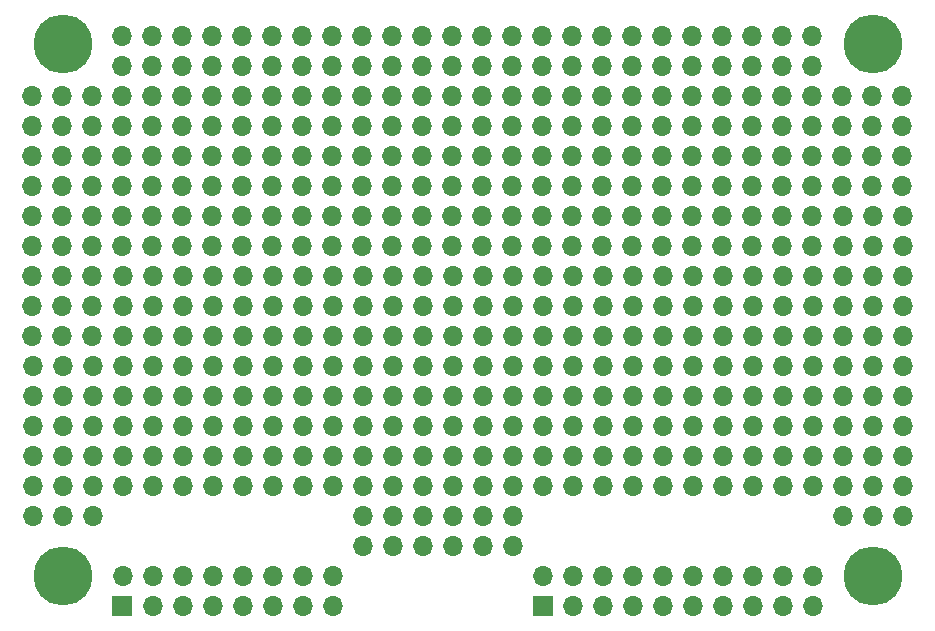
<source format=gbr>
%TF.GenerationSoftware,KiCad,Pcbnew,8.0.4*%
%TF.CreationDate,2024-10-07T01:35:34+03:00*%
%TF.ProjectId,Flipper Zero Protoboard max,466c6970-7065-4722-905a-65726f205072,rev?*%
%TF.SameCoordinates,Original*%
%TF.FileFunction,Copper,L2,Bot*%
%TF.FilePolarity,Positive*%
%FSLAX46Y46*%
G04 Gerber Fmt 4.6, Leading zero omitted, Abs format (unit mm)*
G04 Created by KiCad (PCBNEW 8.0.4) date 2024-10-07 01:35:34*
%MOMM*%
%LPD*%
G01*
G04 APERTURE LIST*
%TA.AperFunction,ComponentPad*%
%ADD10R,1.700000X1.700000*%
%TD*%
%TA.AperFunction,ComponentPad*%
%ADD11O,1.700000X1.700000*%
%TD*%
%TA.AperFunction,ComponentPad*%
%ADD12O,5.000000X5.000000*%
%TD*%
G04 APERTURE END LIST*
D10*
%TO.P,REF\u002A\u002A,1*%
%TO.N,N/C*%
X79805000Y-105390000D03*
D11*
%TO.P,REF\u002A\u002A,2*%
X82345000Y-105390000D03*
%TO.P,REF\u002A\u002A,3*%
X84885000Y-105390000D03*
%TO.P,REF\u002A\u002A,4*%
X87425000Y-105390000D03*
%TO.P,REF\u002A\u002A,5*%
X89965000Y-105390000D03*
%TO.P,REF\u002A\u002A,6*%
X92505000Y-105390000D03*
%TO.P,REF\u002A\u002A,7*%
X95045000Y-105390000D03*
%TO.P,REF\u002A\u002A,8*%
X97585000Y-105390000D03*
%TO.P,REF\u002A\u002A,9*%
X100125000Y-105390000D03*
%TO.P,REF\u002A\u002A,10*%
X102665000Y-105390000D03*
%TD*%
D10*
%TO.P,REF\u002A\u002A,1*%
%TO.N,N/C*%
X44240000Y-105390000D03*
D11*
%TO.P,REF\u002A\u002A,2*%
X46785000Y-105390000D03*
%TO.P,REF\u002A\u002A,3*%
X49325000Y-105390000D03*
%TO.P,REF\u002A\u002A,4*%
X51865000Y-105390000D03*
%TO.P,REF\u002A\u002A,5*%
X54405000Y-105390000D03*
%TO.P,REF\u002A\u002A,6*%
X56945000Y-105390000D03*
%TO.P,REF\u002A\u002A,7*%
X59485000Y-105390000D03*
%TO.P,REF\u002A\u002A,8*%
X62025000Y-105390000D03*
%TD*%
%TO.P,REF\u002A\u002A1,1*%
%TO.N,N/C*%
X46770000Y-57150000D03*
%TD*%
%TO.P,REF\u002A\u002A14,1*%
%TO.N,N/C*%
X79790000Y-57150000D03*
%TD*%
%TO.P,REF\u002A\u002A21,1*%
%TO.N,N/C*%
X97570000Y-57150000D03*
%TD*%
%TO.P,REF\u002A\u002A8,1*%
%TO.N,N/C*%
X64550000Y-57150000D03*
%TD*%
%TO.P,REF\u002A\u002A11,1*%
%TO.N,N/C*%
X72170000Y-57150000D03*
%TD*%
%TO.P,REF\u002A\u002A13,1*%
%TO.N,N/C*%
X77250000Y-57150000D03*
%TD*%
%TO.P,REF\u002A\u002A9,1*%
%TO.N,N/C*%
X67090000Y-57150000D03*
%TD*%
%TO.P,REF\u002A\u002A3,1*%
%TO.N,N/C*%
X51850000Y-57150000D03*
%TD*%
%TO.P,REF\u002A\u002A19,1*%
%TO.N,N/C*%
X92490000Y-57150000D03*
%TD*%
%TO.P,REF\u002A\u002A20,1*%
%TO.N,N/C*%
X95030000Y-57150000D03*
%TD*%
%TO.P,REF\u002A\u002A22,1*%
%TO.N,N/C*%
X100110000Y-57150000D03*
%TD*%
%TO.P,REF\u002A\u002A12,1*%
%TO.N,N/C*%
X74710000Y-57150000D03*
%TD*%
%TO.P,REF\u002A\u002A18,1*%
%TO.N,N/C*%
X89950000Y-57150000D03*
%TD*%
%TO.P,REF\u002A\u002A4,1*%
%TO.N,N/C*%
X54390000Y-57150000D03*
%TD*%
%TO.P,REF\u002A\u002A7,1*%
%TO.N,N/C*%
X62010000Y-57150000D03*
%TD*%
%TO.P,REF\u002A\u002A2,1*%
%TO.N,N/C*%
X49310000Y-57150000D03*
%TD*%
%TO.P,REF\u002A\u002A16,1*%
%TO.N,N/C*%
X84870000Y-57150000D03*
%TD*%
%TO.P,REF\u002A\u002A6,1*%
%TO.N,N/C*%
X59470000Y-57150000D03*
%TD*%
%TO.P,REF\u002A\u002A17,1*%
%TO.N,N/C*%
X87410000Y-57150000D03*
%TD*%
%TO.P,REF\u002A\u002A15,1*%
%TO.N,N/C*%
X82330000Y-57150000D03*
%TD*%
%TO.P,REF\u002A\u002A10,1*%
%TO.N,N/C*%
X69630000Y-57150000D03*
%TD*%
%TO.P,REF\u002A\u002A5,1*%
%TO.N,N/C*%
X56930000Y-57150000D03*
%TD*%
%TO.P,REF\u002A\u002A,1*%
%TO.N,N/C*%
X44230000Y-57150000D03*
%TD*%
%TO.P,REF\u002A\u002A1,1*%
%TO.N,N/C*%
X46770000Y-59690000D03*
%TD*%
%TO.P,REF\u002A\u002A11,1*%
%TO.N,N/C*%
X72170000Y-59690000D03*
%TD*%
%TO.P,REF\u002A\u002A23,1*%
%TO.N,N/C*%
X102650000Y-57150000D03*
%TD*%
%TO.P,REF\u002A\u002A14,1*%
%TO.N,N/C*%
X79790000Y-59690000D03*
%TD*%
%TO.P,REF\u002A\u002A10,1*%
%TO.N,N/C*%
X69630000Y-59690000D03*
%TD*%
%TO.P,REF\u002A\u002A7,1*%
%TO.N,N/C*%
X62010000Y-59690000D03*
%TD*%
%TO.P,REF\u002A\u002A21,1*%
%TO.N,N/C*%
X97570000Y-59690000D03*
%TD*%
%TO.P,REF\u002A\u002A8,1*%
%TO.N,N/C*%
X64550000Y-59690000D03*
%TD*%
%TO.P,REF\u002A\u002A13,1*%
%TO.N,N/C*%
X77250000Y-59690000D03*
%TD*%
%TO.P,REF\u002A\u002A9,1*%
%TO.N,N/C*%
X67090000Y-59690000D03*
%TD*%
%TO.P,REF\u002A\u002A12,1*%
%TO.N,N/C*%
X74710000Y-59690000D03*
%TD*%
%TO.P,REF\u002A\u002A20,1*%
%TO.N,N/C*%
X95030000Y-59690000D03*
%TD*%
%TO.P,REF\u002A\u002A3,1*%
%TO.N,N/C*%
X51850000Y-59690000D03*
%TD*%
%TO.P,REF\u002A\u002A19,1*%
%TO.N,N/C*%
X92490000Y-59690000D03*
%TD*%
%TO.P,REF\u002A\u002A22,1*%
%TO.N,N/C*%
X100110000Y-59690000D03*
%TD*%
%TO.P,REF\u002A\u002A16,1*%
%TO.N,N/C*%
X84870000Y-59690000D03*
%TD*%
%TO.P,REF\u002A\u002A15,1*%
%TO.N,N/C*%
X82330000Y-59690000D03*
%TD*%
%TO.P,REF\u002A\u002A5,1*%
%TO.N,N/C*%
X56930000Y-59690000D03*
%TD*%
%TO.P,REF\u002A\u002A6,1*%
%TO.N,N/C*%
X59470000Y-59690000D03*
%TD*%
%TO.P,REF\u002A\u002A17,1*%
%TO.N,N/C*%
X87410000Y-59690000D03*
%TD*%
%TO.P,REF\u002A\u002A2,1*%
%TO.N,N/C*%
X49310000Y-59690000D03*
%TD*%
%TO.P,REF\u002A\u002A4,1*%
%TO.N,N/C*%
X54390000Y-59690000D03*
%TD*%
%TO.P,REF\u002A\u002A23,1*%
%TO.N,N/C*%
X102650000Y-59690000D03*
%TD*%
%TO.P,REF\u002A\u002A,1*%
%TO.N,N/C*%
X44230000Y-59690000D03*
%TD*%
%TO.P,REF\u002A\u002A18,1*%
%TO.N,N/C*%
X89950000Y-59690000D03*
%TD*%
%TO.P,REF\u002A\u002A1,1*%
%TO.N,N/C*%
X39145000Y-62230000D03*
%TD*%
%TO.P,REF\u002A\u002A,1*%
%TO.N,N/C*%
X36605000Y-62230000D03*
%TD*%
%TO.P,REF\u002A\u002A2,1*%
%TO.N,N/C*%
X41685000Y-62230000D03*
%TD*%
%TO.P,REF\u002A\u002A14,1*%
%TO.N,N/C*%
X79790000Y-62230000D03*
%TD*%
%TO.P,REF\u002A\u002A,1*%
%TO.N,N/C*%
X105195000Y-62240000D03*
%TD*%
%TO.P,REF\u002A\u002A7,1*%
%TO.N,N/C*%
X62010000Y-62230000D03*
%TD*%
%TO.P,REF\u002A\u002A10,1*%
%TO.N,N/C*%
X69630000Y-62230000D03*
%TD*%
%TO.P,REF\u002A\u002A1,1*%
%TO.N,N/C*%
X46770000Y-62230000D03*
%TD*%
%TO.P,REF\u002A\u002A11,1*%
%TO.N,N/C*%
X72170000Y-62230000D03*
%TD*%
%TO.P,REF\u002A\u002A2,1*%
%TO.N,N/C*%
X110275000Y-62240000D03*
%TD*%
%TO.P,REF\u002A\u002A21,1*%
%TO.N,N/C*%
X97570000Y-62230000D03*
%TD*%
%TO.P,REF\u002A\u002A8,1*%
%TO.N,N/C*%
X64550000Y-62230000D03*
%TD*%
%TO.P,REF\u002A\u002A17,1*%
%TO.N,N/C*%
X87410000Y-62230000D03*
%TD*%
%TO.P,REF\u002A\u002A22,1*%
%TO.N,N/C*%
X100110000Y-62230000D03*
%TD*%
%TO.P,REF\u002A\u002A23,1*%
%TO.N,N/C*%
X102650000Y-62230000D03*
%TD*%
%TO.P,REF\u002A\u002A16,1*%
%TO.N,N/C*%
X84870000Y-62230000D03*
%TD*%
%TO.P,REF\u002A\u002A12,1*%
%TO.N,N/C*%
X74710000Y-62230000D03*
%TD*%
%TO.P,REF\u002A\u002A20,1*%
%TO.N,N/C*%
X95030000Y-62230000D03*
%TD*%
%TO.P,REF\u002A\u002A5,1*%
%TO.N,N/C*%
X56930000Y-62230000D03*
%TD*%
%TO.P,REF\u002A\u002A19,1*%
%TO.N,N/C*%
X92490000Y-62230000D03*
%TD*%
%TO.P,REF\u002A\u002A1,1*%
%TO.N,N/C*%
X107740000Y-64780000D03*
%TD*%
%TO.P,REF\u002A\u002A4,1*%
%TO.N,N/C*%
X54390000Y-62230000D03*
%TD*%
%TO.P,REF\u002A\u002A2,1*%
%TO.N,N/C*%
X110280000Y-64780000D03*
%TD*%
%TO.P,REF\u002A\u002A9,1*%
%TO.N,N/C*%
X67090000Y-62230000D03*
%TD*%
%TO.P,REF\u002A\u002A3,1*%
%TO.N,N/C*%
X51850000Y-62230000D03*
%TD*%
%TO.P,REF\u002A\u002A6,1*%
%TO.N,N/C*%
X59470000Y-62230000D03*
%TD*%
%TO.P,REF\u002A\u002A1,1*%
%TO.N,N/C*%
X107735000Y-62240000D03*
%TD*%
%TO.P,REF\u002A\u002A2,1*%
%TO.N,N/C*%
X49310000Y-62230000D03*
%TD*%
%TO.P,REF\u002A\u002A15,1*%
%TO.N,N/C*%
X82330000Y-62230000D03*
%TD*%
%TO.P,REF\u002A\u002A13,1*%
%TO.N,N/C*%
X77250000Y-62230000D03*
%TD*%
%TO.P,REF\u002A\u002A1,1*%
%TO.N,N/C*%
X39150000Y-64770000D03*
%TD*%
%TO.P,REF\u002A\u002A,1*%
%TO.N,N/C*%
X36610000Y-64770000D03*
%TD*%
%TO.P,REF\u002A\u002A18,1*%
%TO.N,N/C*%
X89950000Y-62230000D03*
%TD*%
%TO.P,REF\u002A\u002A1,1*%
%TO.N,N/C*%
X46775000Y-64770000D03*
%TD*%
%TO.P,REF\u002A\u002A,1*%
%TO.N,N/C*%
X105200000Y-64780000D03*
%TD*%
%TO.P,REF\u002A\u002A14,1*%
%TO.N,N/C*%
X79795000Y-64770000D03*
%TD*%
%TO.P,REF\u002A\u002A21,1*%
%TO.N,N/C*%
X97575000Y-64770000D03*
%TD*%
%TO.P,REF\u002A\u002A8,1*%
%TO.N,N/C*%
X64555000Y-64770000D03*
%TD*%
%TO.P,REF\u002A\u002A11,1*%
%TO.N,N/C*%
X72175000Y-64770000D03*
%TD*%
%TO.P,REF\u002A\u002A13,1*%
%TO.N,N/C*%
X77255000Y-64770000D03*
%TD*%
%TO.P,REF\u002A\u002A9,1*%
%TO.N,N/C*%
X67095000Y-64770000D03*
%TD*%
%TO.P,REF\u002A\u002A3,1*%
%TO.N,N/C*%
X51855000Y-64770000D03*
%TD*%
%TO.P,REF\u002A\u002A19,1*%
%TO.N,N/C*%
X92495000Y-64770000D03*
%TD*%
%TO.P,REF\u002A\u002A20,1*%
%TO.N,N/C*%
X95035000Y-64770000D03*
%TD*%
%TO.P,REF\u002A\u002A22,1*%
%TO.N,N/C*%
X100115000Y-64770000D03*
%TD*%
%TO.P,REF\u002A\u002A12,1*%
%TO.N,N/C*%
X74715000Y-64770000D03*
%TD*%
%TO.P,REF\u002A\u002A18,1*%
%TO.N,N/C*%
X89955000Y-64770000D03*
%TD*%
%TO.P,REF\u002A\u002A4,1*%
%TO.N,N/C*%
X54395000Y-64770000D03*
%TD*%
%TO.P,REF\u002A\u002A7,1*%
%TO.N,N/C*%
X62015000Y-64770000D03*
%TD*%
%TO.P,REF\u002A\u002A,1*%
%TO.N,N/C*%
X44230000Y-62230000D03*
%TD*%
%TO.P,REF\u002A\u002A2,1*%
%TO.N,N/C*%
X41690000Y-64770000D03*
%TD*%
%TO.P,REF\u002A\u002A2,1*%
%TO.N,N/C*%
X49315000Y-64770000D03*
%TD*%
%TO.P,REF\u002A\u002A16,1*%
%TO.N,N/C*%
X84875000Y-64770000D03*
%TD*%
%TO.P,REF\u002A\u002A6,1*%
%TO.N,N/C*%
X59475000Y-64770000D03*
%TD*%
%TO.P,REF\u002A\u002A17,1*%
%TO.N,N/C*%
X87415000Y-64770000D03*
%TD*%
%TO.P,REF\u002A\u002A15,1*%
%TO.N,N/C*%
X82335000Y-64770000D03*
%TD*%
%TO.P,REF\u002A\u002A1,1*%
%TO.N,N/C*%
X39150000Y-67310000D03*
%TD*%
%TO.P,REF\u002A\u002A10,1*%
%TO.N,N/C*%
X69635000Y-64770000D03*
%TD*%
%TO.P,REF\u002A\u002A5,1*%
%TO.N,N/C*%
X56935000Y-64770000D03*
%TD*%
%TO.P,REF\u002A\u002A,1*%
%TO.N,N/C*%
X44235000Y-64770000D03*
%TD*%
%TO.P,REF\u002A\u002A,1*%
%TO.N,N/C*%
X36610000Y-67310000D03*
%TD*%
%TO.P,REF\u002A\u002A1,1*%
%TO.N,N/C*%
X46775000Y-67310000D03*
%TD*%
%TO.P,REF\u002A\u002A11,1*%
%TO.N,N/C*%
X72175000Y-67310000D03*
%TD*%
%TO.P,REF\u002A\u002A23,1*%
%TO.N,N/C*%
X102655000Y-64770000D03*
%TD*%
%TO.P,REF\u002A\u002A2,1*%
%TO.N,N/C*%
X41690000Y-67310000D03*
%TD*%
%TO.P,REF\u002A\u002A14,1*%
%TO.N,N/C*%
X79795000Y-67310000D03*
%TD*%
%TO.P,REF\u002A\u002A10,1*%
%TO.N,N/C*%
X69635000Y-67310000D03*
%TD*%
%TO.P,REF\u002A\u002A,1*%
%TO.N,N/C*%
X105200000Y-67320000D03*
%TD*%
%TO.P,REF\u002A\u002A7,1*%
%TO.N,N/C*%
X62015000Y-67310000D03*
%TD*%
%TO.P,REF\u002A\u002A2,1*%
%TO.N,N/C*%
X110280000Y-67320000D03*
%TD*%
%TO.P,REF\u002A\u002A21,1*%
%TO.N,N/C*%
X97575000Y-67310000D03*
%TD*%
%TO.P,REF\u002A\u002A8,1*%
%TO.N,N/C*%
X64555000Y-67310000D03*
%TD*%
%TO.P,REF\u002A\u002A13,1*%
%TO.N,N/C*%
X77255000Y-67310000D03*
%TD*%
%TO.P,REF\u002A\u002A1,1*%
%TO.N,N/C*%
X107740000Y-67320000D03*
%TD*%
%TO.P,REF\u002A\u002A9,1*%
%TO.N,N/C*%
X67095000Y-67310000D03*
%TD*%
%TO.P,REF\u002A\u002A12,1*%
%TO.N,N/C*%
X74715000Y-67310000D03*
%TD*%
%TO.P,REF\u002A\u002A20,1*%
%TO.N,N/C*%
X95035000Y-67310000D03*
%TD*%
%TO.P,REF\u002A\u002A3,1*%
%TO.N,N/C*%
X51855000Y-67310000D03*
%TD*%
%TO.P,REF\u002A\u002A19,1*%
%TO.N,N/C*%
X92495000Y-67310000D03*
%TD*%
%TO.P,REF\u002A\u002A22,1*%
%TO.N,N/C*%
X100115000Y-67310000D03*
%TD*%
%TO.P,REF\u002A\u002A16,1*%
%TO.N,N/C*%
X84875000Y-67310000D03*
%TD*%
%TO.P,REF\u002A\u002A15,1*%
%TO.N,N/C*%
X82335000Y-67310000D03*
%TD*%
%TO.P,REF\u002A\u002A5,1*%
%TO.N,N/C*%
X56935000Y-67310000D03*
%TD*%
%TO.P,REF\u002A\u002A6,1*%
%TO.N,N/C*%
X59475000Y-67310000D03*
%TD*%
%TO.P,REF\u002A\u002A17,1*%
%TO.N,N/C*%
X87415000Y-67310000D03*
%TD*%
%TO.P,REF\u002A\u002A2,1*%
%TO.N,N/C*%
X49315000Y-67310000D03*
%TD*%
%TO.P,REF\u002A\u002A4,1*%
%TO.N,N/C*%
X54395000Y-67310000D03*
%TD*%
%TO.P,REF\u002A\u002A23,1*%
%TO.N,N/C*%
X102655000Y-67310000D03*
%TD*%
%TO.P,REF\u002A\u002A,1*%
%TO.N,N/C*%
X44235000Y-67310000D03*
%TD*%
%TO.P,REF\u002A\u002A18,1*%
%TO.N,N/C*%
X89955000Y-67310000D03*
%TD*%
%TO.P,REF\u002A\u002A1,1*%
%TO.N,N/C*%
X39150000Y-69850000D03*
%TD*%
%TO.P,REF\u002A\u002A,1*%
%TO.N,N/C*%
X36610000Y-69850000D03*
%TD*%
%TO.P,REF\u002A\u002A1,1*%
%TO.N,N/C*%
X46775000Y-69850000D03*
%TD*%
%TO.P,REF\u002A\u002A11,1*%
%TO.N,N/C*%
X72175000Y-69850000D03*
%TD*%
%TO.P,REF\u002A\u002A2,1*%
%TO.N,N/C*%
X41690000Y-69850000D03*
%TD*%
%TO.P,REF\u002A\u002A14,1*%
%TO.N,N/C*%
X79795000Y-69850000D03*
%TD*%
%TO.P,REF\u002A\u002A10,1*%
%TO.N,N/C*%
X69635000Y-69850000D03*
%TD*%
%TO.P,REF\u002A\u002A,1*%
%TO.N,N/C*%
X105200000Y-69860000D03*
%TD*%
%TO.P,REF\u002A\u002A7,1*%
%TO.N,N/C*%
X62015000Y-69850000D03*
%TD*%
%TO.P,REF\u002A\u002A2,1*%
%TO.N,N/C*%
X110280000Y-69860000D03*
%TD*%
%TO.P,REF\u002A\u002A21,1*%
%TO.N,N/C*%
X97575000Y-69850000D03*
%TD*%
%TO.P,REF\u002A\u002A8,1*%
%TO.N,N/C*%
X64555000Y-69850000D03*
%TD*%
%TO.P,REF\u002A\u002A13,1*%
%TO.N,N/C*%
X77255000Y-69850000D03*
%TD*%
%TO.P,REF\u002A\u002A1,1*%
%TO.N,N/C*%
X107740000Y-69860000D03*
%TD*%
%TO.P,REF\u002A\u002A9,1*%
%TO.N,N/C*%
X67095000Y-69850000D03*
%TD*%
%TO.P,REF\u002A\u002A12,1*%
%TO.N,N/C*%
X74715000Y-69850000D03*
%TD*%
%TO.P,REF\u002A\u002A20,1*%
%TO.N,N/C*%
X95035000Y-69850000D03*
%TD*%
%TO.P,REF\u002A\u002A3,1*%
%TO.N,N/C*%
X51855000Y-69850000D03*
%TD*%
%TO.P,REF\u002A\u002A19,1*%
%TO.N,N/C*%
X92495000Y-69850000D03*
%TD*%
%TO.P,REF\u002A\u002A22,1*%
%TO.N,N/C*%
X100115000Y-69850000D03*
%TD*%
%TO.P,REF\u002A\u002A16,1*%
%TO.N,N/C*%
X84875000Y-69850000D03*
%TD*%
%TO.P,REF\u002A\u002A15,1*%
%TO.N,N/C*%
X82335000Y-69850000D03*
%TD*%
%TO.P,REF\u002A\u002A5,1*%
%TO.N,N/C*%
X56935000Y-69850000D03*
%TD*%
%TO.P,REF\u002A\u002A6,1*%
%TO.N,N/C*%
X59475000Y-69850000D03*
%TD*%
%TO.P,REF\u002A\u002A17,1*%
%TO.N,N/C*%
X87415000Y-69850000D03*
%TD*%
%TO.P,REF\u002A\u002A2,1*%
%TO.N,N/C*%
X49315000Y-69850000D03*
%TD*%
%TO.P,REF\u002A\u002A,1*%
%TO.N,N/C*%
X36615000Y-72390000D03*
%TD*%
%TO.P,REF\u002A\u002A1,1*%
%TO.N,N/C*%
X107745000Y-72400000D03*
%TD*%
%TO.P,REF\u002A\u002A2,1*%
%TO.N,N/C*%
X110285000Y-72400000D03*
%TD*%
%TO.P,REF\u002A\u002A1,1*%
%TO.N,N/C*%
X39155000Y-72390000D03*
%TD*%
%TO.P,REF\u002A\u002A4,1*%
%TO.N,N/C*%
X54395000Y-69850000D03*
%TD*%
%TO.P,REF\u002A\u002A23,1*%
%TO.N,N/C*%
X102655000Y-69850000D03*
%TD*%
%TO.P,REF\u002A\u002A,1*%
%TO.N,N/C*%
X44235000Y-69850000D03*
%TD*%
%TO.P,REF\u002A\u002A18,1*%
%TO.N,N/C*%
X89955000Y-69850000D03*
%TD*%
%TO.P,REF\u002A\u002A2,1*%
%TO.N,N/C*%
X41695000Y-72390000D03*
%TD*%
%TO.P,REF\u002A\u002A,1*%
%TO.N,N/C*%
X105205000Y-72400000D03*
%TD*%
%TO.P,REF\u002A\u002A14,1*%
%TO.N,N/C*%
X79800000Y-72390000D03*
%TD*%
%TO.P,REF\u002A\u002A21,1*%
%TO.N,N/C*%
X97580000Y-72390000D03*
%TD*%
%TO.P,REF\u002A\u002A1,1*%
%TO.N,N/C*%
X46780000Y-72390000D03*
%TD*%
%TO.P,REF\u002A\u002A7,1*%
%TO.N,N/C*%
X62020000Y-72390000D03*
%TD*%
%TO.P,REF\u002A\u002A8,1*%
%TO.N,N/C*%
X64560000Y-72390000D03*
%TD*%
%TO.P,REF\u002A\u002A11,1*%
%TO.N,N/C*%
X72180000Y-72390000D03*
%TD*%
%TO.P,REF\u002A\u002A13,1*%
%TO.N,N/C*%
X77260000Y-72390000D03*
%TD*%
%TO.P,REF\u002A\u002A10,1*%
%TO.N,N/C*%
X69640000Y-72390000D03*
%TD*%
%TO.P,REF\u002A\u002A9,1*%
%TO.N,N/C*%
X67100000Y-72390000D03*
%TD*%
%TO.P,REF\u002A\u002A3,1*%
%TO.N,N/C*%
X51860000Y-72390000D03*
%TD*%
%TO.P,REF\u002A\u002A19,1*%
%TO.N,N/C*%
X92500000Y-72390000D03*
%TD*%
%TO.P,REF\u002A\u002A16,1*%
%TO.N,N/C*%
X84880000Y-72390000D03*
%TD*%
%TO.P,REF\u002A\u002A15,1*%
%TO.N,N/C*%
X82340000Y-72390000D03*
%TD*%
%TO.P,REF\u002A\u002A22,1*%
%TO.N,N/C*%
X100120000Y-72390000D03*
%TD*%
%TO.P,REF\u002A\u002A12,1*%
%TO.N,N/C*%
X74720000Y-72390000D03*
%TD*%
%TO.P,REF\u002A\u002A20,1*%
%TO.N,N/C*%
X95040000Y-72390000D03*
%TD*%
%TO.P,REF\u002A\u002A23,1*%
%TO.N,N/C*%
X102660000Y-72390000D03*
%TD*%
%TO.P,REF\u002A\u002A6,1*%
%TO.N,N/C*%
X59480000Y-72390000D03*
%TD*%
%TO.P,REF\u002A\u002A5,1*%
%TO.N,N/C*%
X56940000Y-72390000D03*
%TD*%
%TO.P,REF\u002A\u002A18,1*%
%TO.N,N/C*%
X89960000Y-72390000D03*
%TD*%
%TO.P,REF\u002A\u002A17,1*%
%TO.N,N/C*%
X87420000Y-72390000D03*
%TD*%
%TO.P,REF\u002A\u002A,1*%
%TO.N,N/C*%
X44240000Y-72390000D03*
%TD*%
%TO.P,REF\u002A\u002A4,1*%
%TO.N,N/C*%
X54400000Y-72390000D03*
%TD*%
%TO.P,REF\u002A\u002A2,1*%
%TO.N,N/C*%
X49320000Y-72390000D03*
%TD*%
%TO.P,REF\u002A\u002A,1*%
%TO.N,N/C*%
X36615000Y-74930000D03*
%TD*%
%TO.P,REF\u002A\u002A1,1*%
%TO.N,N/C*%
X107745000Y-74940000D03*
%TD*%
%TO.P,REF\u002A\u002A2,1*%
%TO.N,N/C*%
X110285000Y-74940000D03*
%TD*%
%TO.P,REF\u002A\u002A1,1*%
%TO.N,N/C*%
X39155000Y-74930000D03*
%TD*%
%TO.P,REF\u002A\u002A2,1*%
%TO.N,N/C*%
X41695000Y-74930000D03*
%TD*%
%TO.P,REF\u002A\u002A,1*%
%TO.N,N/C*%
X105205000Y-74940000D03*
%TD*%
%TO.P,REF\u002A\u002A14,1*%
%TO.N,N/C*%
X79800000Y-74930000D03*
%TD*%
%TO.P,REF\u002A\u002A21,1*%
%TO.N,N/C*%
X97580000Y-74930000D03*
%TD*%
%TO.P,REF\u002A\u002A1,1*%
%TO.N,N/C*%
X46780000Y-74930000D03*
%TD*%
%TO.P,REF\u002A\u002A7,1*%
%TO.N,N/C*%
X62020000Y-74930000D03*
%TD*%
%TO.P,REF\u002A\u002A8,1*%
%TO.N,N/C*%
X64560000Y-74930000D03*
%TD*%
%TO.P,REF\u002A\u002A11,1*%
%TO.N,N/C*%
X72180000Y-74930000D03*
%TD*%
%TO.P,REF\u002A\u002A13,1*%
%TO.N,N/C*%
X77260000Y-74930000D03*
%TD*%
%TO.P,REF\u002A\u002A10,1*%
%TO.N,N/C*%
X69640000Y-74930000D03*
%TD*%
%TO.P,REF\u002A\u002A9,1*%
%TO.N,N/C*%
X67100000Y-74930000D03*
%TD*%
%TO.P,REF\u002A\u002A3,1*%
%TO.N,N/C*%
X51860000Y-74930000D03*
%TD*%
%TO.P,REF\u002A\u002A19,1*%
%TO.N,N/C*%
X92500000Y-74930000D03*
%TD*%
%TO.P,REF\u002A\u002A16,1*%
%TO.N,N/C*%
X84880000Y-74930000D03*
%TD*%
%TO.P,REF\u002A\u002A15,1*%
%TO.N,N/C*%
X82340000Y-74930000D03*
%TD*%
%TO.P,REF\u002A\u002A22,1*%
%TO.N,N/C*%
X100120000Y-74930000D03*
%TD*%
%TO.P,REF\u002A\u002A12,1*%
%TO.N,N/C*%
X74720000Y-74930000D03*
%TD*%
%TO.P,REF\u002A\u002A20,1*%
%TO.N,N/C*%
X95040000Y-74930000D03*
%TD*%
%TO.P,REF\u002A\u002A23,1*%
%TO.N,N/C*%
X102660000Y-74930000D03*
%TD*%
%TO.P,REF\u002A\u002A6,1*%
%TO.N,N/C*%
X59480000Y-74930000D03*
%TD*%
%TO.P,REF\u002A\u002A5,1*%
%TO.N,N/C*%
X56940000Y-74930000D03*
%TD*%
%TO.P,REF\u002A\u002A18,1*%
%TO.N,N/C*%
X89960000Y-74930000D03*
%TD*%
%TO.P,REF\u002A\u002A17,1*%
%TO.N,N/C*%
X87420000Y-74930000D03*
%TD*%
%TO.P,REF\u002A\u002A,1*%
%TO.N,N/C*%
X44240000Y-74930000D03*
%TD*%
%TO.P,REF\u002A\u002A4,1*%
%TO.N,N/C*%
X54400000Y-74930000D03*
%TD*%
%TO.P,REF\u002A\u002A2,1*%
%TO.N,N/C*%
X49320000Y-74930000D03*
%TD*%
%TO.P,REF\u002A\u002A2,1*%
%TO.N,N/C*%
X41700000Y-77470000D03*
%TD*%
%TO.P,REF\u002A\u002A1,1*%
%TO.N,N/C*%
X39160000Y-77470000D03*
%TD*%
%TO.P,REF\u002A\u002A,1*%
%TO.N,N/C*%
X36620000Y-77470000D03*
%TD*%
%TO.P,REF\u002A\u002A1,1*%
%TO.N,N/C*%
X39160000Y-80010000D03*
%TD*%
%TO.P,REF\u002A\u002A,1*%
%TO.N,N/C*%
X36620000Y-80010000D03*
%TD*%
%TO.P,REF\u002A\u002A1,1*%
%TO.N,N/C*%
X39160000Y-82550000D03*
%TD*%
%TO.P,REF\u002A\u002A2,1*%
%TO.N,N/C*%
X41700000Y-80010000D03*
%TD*%
%TO.P,REF\u002A\u002A2,1*%
%TO.N,N/C*%
X41700000Y-82550000D03*
%TD*%
%TO.P,REF\u002A\u002A,1*%
%TO.N,N/C*%
X36620000Y-82550000D03*
%TD*%
%TO.P,REF\u002A\u002A2,1*%
%TO.N,N/C*%
X110290000Y-77480000D03*
%TD*%
%TO.P,REF\u002A\u002A1,1*%
%TO.N,N/C*%
X107750000Y-77480000D03*
%TD*%
%TO.P,REF\u002A\u002A,1*%
%TO.N,N/C*%
X105210000Y-77480000D03*
%TD*%
%TO.P,REF\u002A\u002A1,1*%
%TO.N,N/C*%
X107750000Y-80020000D03*
%TD*%
%TO.P,REF\u002A\u002A,1*%
%TO.N,N/C*%
X105210000Y-80020000D03*
%TD*%
%TO.P,REF\u002A\u002A1,1*%
%TO.N,N/C*%
X107750000Y-82560000D03*
%TD*%
%TO.P,REF\u002A\u002A2,1*%
%TO.N,N/C*%
X110290000Y-80020000D03*
%TD*%
%TO.P,REF\u002A\u002A2,1*%
%TO.N,N/C*%
X110290000Y-82560000D03*
%TD*%
%TO.P,REF\u002A\u002A,1*%
%TO.N,N/C*%
X105210000Y-82560000D03*
%TD*%
D12*
%TO.P,,1*%
%TO.N,N/C*%
X39165000Y-57840000D03*
%TD*%
%TO.P,,1*%
%TO.N,N/C*%
X39165000Y-102850000D03*
%TD*%
D11*
%TO.P,REF\u002A\u002A14,1*%
%TO.N,N/C*%
X79805000Y-77470000D03*
%TD*%
%TO.P,REF\u002A\u002A15,1*%
%TO.N,N/C*%
X82345000Y-77470000D03*
%TD*%
%TO.P,REF\u002A\u002A21,1*%
%TO.N,N/C*%
X97585000Y-77470000D03*
%TD*%
%TO.P,REF\u002A\u002A22,1*%
%TO.N,N/C*%
X100125000Y-77470000D03*
%TD*%
%TO.P,REF\u002A\u002A1,1*%
%TO.N,N/C*%
X46785000Y-77470000D03*
%TD*%
%TO.P,REF\u002A\u002A12,1*%
%TO.N,N/C*%
X74725000Y-77470000D03*
%TD*%
%TO.P,REF\u002A\u002A7,1*%
%TO.N,N/C*%
X62025000Y-77470000D03*
%TD*%
%TO.P,REF\u002A\u002A8,1*%
%TO.N,N/C*%
X64565000Y-77470000D03*
%TD*%
%TO.P,REF\u002A\u002A20,1*%
%TO.N,N/C*%
X95045000Y-77470000D03*
%TD*%
%TO.P,REF\u002A\u002A11,1*%
%TO.N,N/C*%
X72185000Y-77470000D03*
%TD*%
%TO.P,REF\u002A\u002A23,1*%
%TO.N,N/C*%
X102665000Y-77470000D03*
%TD*%
%TO.P,REF\u002A\u002A13,1*%
%TO.N,N/C*%
X77265000Y-77470000D03*
%TD*%
%TO.P,REF\u002A\u002A10,1*%
%TO.N,N/C*%
X69645000Y-77470000D03*
%TD*%
%TO.P,REF\u002A\u002A9,1*%
%TO.N,N/C*%
X67105000Y-77470000D03*
%TD*%
%TO.P,REF\u002A\u002A3,1*%
%TO.N,N/C*%
X51865000Y-77470000D03*
%TD*%
%TO.P,REF\u002A\u002A19,1*%
%TO.N,N/C*%
X92505000Y-77470000D03*
%TD*%
%TO.P,REF\u002A\u002A16,1*%
%TO.N,N/C*%
X84885000Y-77470000D03*
%TD*%
%TO.P,REF\u002A\u002A13,1*%
%TO.N,N/C*%
X77265000Y-80010000D03*
%TD*%
%TO.P,REF\u002A\u002A8,1*%
%TO.N,N/C*%
X64565000Y-80010000D03*
%TD*%
%TO.P,REF\u002A\u002A22,1*%
%TO.N,N/C*%
X100125000Y-80010000D03*
%TD*%
%TO.P,REF\u002A\u002A4,1*%
%TO.N,N/C*%
X54405000Y-80010000D03*
%TD*%
%TO.P,REF\u002A\u002A1,1*%
%TO.N,N/C*%
X46785000Y-80010000D03*
%TD*%
%TO.P,REF\u002A\u002A6,1*%
%TO.N,N/C*%
X59485000Y-80010000D03*
%TD*%
%TO.P,REF\u002A\u002A20,1*%
%TO.N,N/C*%
X95045000Y-80010000D03*
%TD*%
%TO.P,REF\u002A\u002A18,1*%
%TO.N,N/C*%
X89965000Y-80010000D03*
%TD*%
%TO.P,REF\u002A\u002A11,1*%
%TO.N,N/C*%
X72185000Y-80010000D03*
%TD*%
%TO.P,REF\u002A\u002A,1*%
%TO.N,N/C*%
X44245000Y-80010000D03*
%TD*%
%TO.P,REF\u002A\u002A7,1*%
%TO.N,N/C*%
X62025000Y-80010000D03*
%TD*%
%TO.P,REF\u002A\u002A10,1*%
%TO.N,N/C*%
X69645000Y-80010000D03*
%TD*%
%TO.P,REF\u002A\u002A5,1*%
%TO.N,N/C*%
X56945000Y-80010000D03*
%TD*%
%TO.P,REF\u002A\u002A17,1*%
%TO.N,N/C*%
X87425000Y-80010000D03*
%TD*%
%TO.P,REF\u002A\u002A3,1*%
%TO.N,N/C*%
X51865000Y-80010000D03*
%TD*%
%TO.P,REF\u002A\u002A2,1*%
%TO.N,N/C*%
X49325000Y-80010000D03*
%TD*%
%TO.P,REF\u002A\u002A9,1*%
%TO.N,N/C*%
X67105000Y-80010000D03*
%TD*%
%TO.P,REF\u002A\u002A14,1*%
%TO.N,N/C*%
X79805000Y-80010000D03*
%TD*%
%TO.P,REF\u002A\u002A15,1*%
%TO.N,N/C*%
X82345000Y-80010000D03*
%TD*%
%TO.P,REF\u002A\u002A21,1*%
%TO.N,N/C*%
X97585000Y-80010000D03*
%TD*%
%TO.P,REF\u002A\u002A4,1*%
%TO.N,N/C*%
X54405000Y-82550000D03*
%TD*%
%TO.P,REF\u002A\u002A,1*%
%TO.N,N/C*%
X44245000Y-82550000D03*
%TD*%
%TO.P,REF\u002A\u002A17,1*%
%TO.N,N/C*%
X87425000Y-82550000D03*
%TD*%
%TO.P,REF\u002A\u002A2,1*%
%TO.N,N/C*%
X49325000Y-82550000D03*
%TD*%
%TO.P,REF\u002A\u002A13,1*%
%TO.N,N/C*%
X77265000Y-82550000D03*
%TD*%
%TO.P,REF\u002A\u002A11,1*%
%TO.N,N/C*%
X72185000Y-82550000D03*
%TD*%
%TO.P,REF\u002A\u002A23,1*%
%TO.N,N/C*%
X102665000Y-82550000D03*
%TD*%
%TO.P,REF\u002A\u002A1,1*%
%TO.N,N/C*%
X46785000Y-82550000D03*
%TD*%
%TO.P,REF\u002A\u002A12,1*%
%TO.N,N/C*%
X74725000Y-80010000D03*
%TD*%
%TO.P,REF\u002A\u002A6,1*%
%TO.N,N/C*%
X59485000Y-82550000D03*
%TD*%
%TO.P,REF\u002A\u002A18,1*%
%TO.N,N/C*%
X89965000Y-82550000D03*
%TD*%
%TO.P,REF\u002A\u002A22,1*%
%TO.N,N/C*%
X100125000Y-82550000D03*
%TD*%
%TO.P,REF\u002A\u002A3,1*%
%TO.N,N/C*%
X51865000Y-82550000D03*
%TD*%
%TO.P,REF\u002A\u002A19,1*%
%TO.N,N/C*%
X92505000Y-80010000D03*
%TD*%
%TO.P,REF\u002A\u002A23,1*%
%TO.N,N/C*%
X102665000Y-80010000D03*
%TD*%
%TO.P,REF\u002A\u002A9,1*%
%TO.N,N/C*%
X67105000Y-82550000D03*
%TD*%
%TO.P,REF\u002A\u002A8,1*%
%TO.N,N/C*%
X64565000Y-82550000D03*
%TD*%
%TO.P,REF\u002A\u002A5,1*%
%TO.N,N/C*%
X56945000Y-82550000D03*
%TD*%
%TO.P,REF\u002A\u002A10,1*%
%TO.N,N/C*%
X69645000Y-82550000D03*
%TD*%
%TO.P,REF\u002A\u002A20,1*%
%TO.N,N/C*%
X95045000Y-82550000D03*
%TD*%
%TO.P,REF\u002A\u002A7,1*%
%TO.N,N/C*%
X62025000Y-82550000D03*
%TD*%
%TO.P,REF\u002A\u002A15,1*%
%TO.N,N/C*%
X82345000Y-82550000D03*
%TD*%
%TO.P,REF\u002A\u002A16,1*%
%TO.N,N/C*%
X84885000Y-80010000D03*
%TD*%
%TO.P,REF\u002A\u002A21,1*%
%TO.N,N/C*%
X97585000Y-82550000D03*
%TD*%
%TO.P,REF\u002A\u002A16,1*%
%TO.N,N/C*%
X84885000Y-82550000D03*
%TD*%
%TO.P,REF\u002A\u002A14,1*%
%TO.N,N/C*%
X79805000Y-82550000D03*
%TD*%
%TO.P,REF\u002A\u002A19,1*%
%TO.N,N/C*%
X92505000Y-82550000D03*
%TD*%
%TO.P,REF\u002A\u002A12,1*%
%TO.N,N/C*%
X74725000Y-82550000D03*
%TD*%
%TO.P,REF\u002A\u002A4,1*%
%TO.N,N/C*%
X54405000Y-77470000D03*
%TD*%
%TO.P,REF\u002A\u002A6,1*%
%TO.N,N/C*%
X59485000Y-77470000D03*
%TD*%
%TO.P,REF\u002A\u002A5,1*%
%TO.N,N/C*%
X56945000Y-77470000D03*
%TD*%
%TO.P,REF\u002A\u002A18,1*%
%TO.N,N/C*%
X89965000Y-77470000D03*
%TD*%
%TO.P,REF\u002A\u002A17,1*%
%TO.N,N/C*%
X87425000Y-77470000D03*
%TD*%
%TO.P,REF\u002A\u002A2,1*%
%TO.N,N/C*%
X49325000Y-77470000D03*
%TD*%
%TO.P,REF\u002A\u002A,1*%
%TO.N,N/C*%
X44245000Y-77470000D03*
%TD*%
%TO.P,REF\u002A\u002A22,1*%
%TO.N,N/C*%
X100125000Y-102850000D03*
%TD*%
%TO.P,REF\u002A\u002A21,1*%
%TO.N,N/C*%
X97585000Y-102850000D03*
%TD*%
%TO.P,REF\u002A\u002A20,1*%
%TO.N,N/C*%
X95045000Y-102850000D03*
%TD*%
%TO.P,REF\u002A\u002A19,1*%
%TO.N,N/C*%
X92505000Y-102850000D03*
%TD*%
%TO.P,REF\u002A\u002A18,1*%
%TO.N,N/C*%
X89965000Y-102850000D03*
%TD*%
%TO.P,REF\u002A\u002A17,1*%
%TO.N,N/C*%
X87425000Y-102850000D03*
%TD*%
%TO.P,REF\u002A\u002A16,1*%
%TO.N,N/C*%
X84885000Y-102850000D03*
%TD*%
%TO.P,REF\u002A\u002A9,1*%
%TO.N,N/C*%
X67105000Y-100330000D03*
%TD*%
%TO.P,REF\u002A\u002A8,1*%
%TO.N,N/C*%
X64565000Y-100330000D03*
%TD*%
%TO.P,REF\u002A\u002A3,1*%
%TO.N,N/C*%
X51865000Y-102850000D03*
%TD*%
%TO.P,REF\u002A\u002A4,1*%
%TO.N,N/C*%
X54405000Y-102850000D03*
%TD*%
%TO.P,REF\u002A\u002A14,1*%
%TO.N,N/C*%
X79805000Y-102850000D03*
%TD*%
%TO.P,REF\u002A\u002A2,1*%
%TO.N,N/C*%
X49325000Y-102850000D03*
%TD*%
%TO.P,REF\u002A\u002A13,1*%
%TO.N,N/C*%
X77265000Y-100330000D03*
%TD*%
%TO.P,REF\u002A\u002A7,1*%
%TO.N,N/C*%
X62025000Y-102850000D03*
%TD*%
%TO.P,REF\u002A\u002A6,1*%
%TO.N,N/C*%
X59485000Y-102850000D03*
%TD*%
%TO.P,REF\u002A\u002A12,1*%
%TO.N,N/C*%
X74725000Y-100330000D03*
%TD*%
%TO.P,REF\u002A\u002A10,1*%
%TO.N,N/C*%
X69645000Y-100330000D03*
%TD*%
%TO.P,REF\u002A\u002A11,1*%
%TO.N,N/C*%
X72185000Y-100330000D03*
%TD*%
%TO.P,REF\u002A\u002A1,1*%
%TO.N,N/C*%
X46785000Y-102850000D03*
%TD*%
%TO.P,REF\u002A\u002A15,1*%
%TO.N,N/C*%
X82345000Y-102850000D03*
%TD*%
%TO.P,REF\u002A\u002A5,1*%
%TO.N,N/C*%
X56945000Y-102850000D03*
%TD*%
%TO.P,REF\u002A\u002A10,1*%
%TO.N,N/C*%
X69645000Y-97790000D03*
%TD*%
%TO.P,REF\u002A\u002A11,1*%
%TO.N,N/C*%
X72185000Y-97790000D03*
%TD*%
%TO.P,REF\u002A\u002A13,1*%
%TO.N,N/C*%
X77265000Y-97790000D03*
%TD*%
%TO.P,REF\u002A\u002A9,1*%
%TO.N,N/C*%
X67105000Y-97790000D03*
%TD*%
%TO.P,REF\u002A\u002A8,1*%
%TO.N,N/C*%
X64565000Y-97790000D03*
%TD*%
%TO.P,REF\u002A\u002A12,1*%
%TO.N,N/C*%
X74725000Y-97790000D03*
%TD*%
%TO.P,REF\u002A\u002A23,1*%
%TO.N,N/C*%
X102665000Y-102850000D03*
%TD*%
%TO.P,REF\u002A\u002A6,1*%
%TO.N,N/C*%
X59485000Y-95250000D03*
%TD*%
%TO.P,REF\u002A\u002A1,1*%
%TO.N,N/C*%
X46785000Y-95250000D03*
%TD*%
%TO.P,REF\u002A\u002A5,1*%
%TO.N,N/C*%
X56945000Y-95250000D03*
%TD*%
%TO.P,REF\u002A\u002A,1*%
%TO.N,N/C*%
X44245000Y-95250000D03*
%TD*%
%TO.P,REF\u002A\u002A7,1*%
%TO.N,N/C*%
X62025000Y-95250000D03*
%TD*%
%TO.P,REF\u002A\u002A4,1*%
%TO.N,N/C*%
X54405000Y-95250000D03*
%TD*%
%TO.P,REF\u002A\u002A2,1*%
%TO.N,N/C*%
X49325000Y-95250000D03*
%TD*%
%TO.P,REF\u002A\u002A17,1*%
%TO.N,N/C*%
X87425000Y-95250000D03*
%TD*%
%TO.P,REF\u002A\u002A20,1*%
%TO.N,N/C*%
X95045000Y-95250000D03*
%TD*%
%TO.P,REF\u002A\u002A18,1*%
%TO.N,N/C*%
X89965000Y-95250000D03*
%TD*%
%TO.P,REF\u002A\u002A22,1*%
%TO.N,N/C*%
X100125000Y-95250000D03*
%TD*%
%TO.P,REF\u002A\u002A19,1*%
%TO.N,N/C*%
X92505000Y-95250000D03*
%TD*%
%TO.P,REF\u002A\u002A14,1*%
%TO.N,N/C*%
X79805000Y-95250000D03*
%TD*%
%TO.P,REF\u002A\u002A15,1*%
%TO.N,N/C*%
X82345000Y-95250000D03*
%TD*%
%TO.P,REF\u002A\u002A23,1*%
%TO.N,N/C*%
X102665000Y-95250000D03*
%TD*%
%TO.P,REF\u002A\u002A21,1*%
%TO.N,N/C*%
X97585000Y-95250000D03*
%TD*%
%TO.P,REF\u002A\u002A10,1*%
%TO.N,N/C*%
X69645000Y-95250000D03*
%TD*%
%TO.P,REF\u002A\u002A16,1*%
%TO.N,N/C*%
X84885000Y-95250000D03*
%TD*%
%TO.P,REF\u002A\u002A9,1*%
%TO.N,N/C*%
X67105000Y-95250000D03*
%TD*%
%TO.P,REF\u002A\u002A13,1*%
%TO.N,N/C*%
X77265000Y-95250000D03*
%TD*%
%TO.P,REF\u002A\u002A12,1*%
%TO.N,N/C*%
X74725000Y-95250000D03*
%TD*%
%TO.P,REF\u002A\u002A8,1*%
%TO.N,N/C*%
X64565000Y-95250000D03*
%TD*%
%TO.P,REF\u002A\u002A11,1*%
%TO.N,N/C*%
X72185000Y-95250000D03*
%TD*%
%TO.P,REF\u002A\u002A4,1*%
%TO.N,N/C*%
X54405000Y-85090000D03*
%TD*%
%TO.P,REF\u002A\u002A6,1*%
%TO.N,N/C*%
X59485000Y-85090000D03*
%TD*%
%TO.P,REF\u002A\u002A18,1*%
%TO.N,N/C*%
X89965000Y-85090000D03*
%TD*%
%TO.P,REF\u002A\u002A5,1*%
%TO.N,N/C*%
X56945000Y-85090000D03*
%TD*%
%TO.P,REF\u002A\u002A,1*%
%TO.N,N/C*%
X44245000Y-85090000D03*
%TD*%
%TO.P,REF\u002A\u002A17,1*%
%TO.N,N/C*%
X87425000Y-85090000D03*
%TD*%
%TO.P,REF\u002A\u002A2,1*%
%TO.N,N/C*%
X49325000Y-85090000D03*
%TD*%
%TO.P,REF\u002A\u002A22,1*%
%TO.N,N/C*%
X100125000Y-85090000D03*
%TD*%
%TO.P,REF\u002A\u002A1,1*%
%TO.N,N/C*%
X46785000Y-85090000D03*
%TD*%
%TO.P,REF\u002A\u002A7,1*%
%TO.N,N/C*%
X62025000Y-85090000D03*
%TD*%
%TO.P,REF\u002A\u002A20,1*%
%TO.N,N/C*%
X95045000Y-85090000D03*
%TD*%
%TO.P,REF\u002A\u002A10,1*%
%TO.N,N/C*%
X69645000Y-85090000D03*
%TD*%
%TO.P,REF\u002A\u002A9,1*%
%TO.N,N/C*%
X67105000Y-85090000D03*
%TD*%
%TO.P,REF\u002A\u002A13,1*%
%TO.N,N/C*%
X77265000Y-85090000D03*
%TD*%
%TO.P,REF\u002A\u002A,1*%
%TO.N,N/C*%
X36625000Y-85090000D03*
%TD*%
%TO.P,REF\u002A\u002A1,1*%
%TO.N,N/C*%
X39165000Y-85090000D03*
%TD*%
%TO.P,REF\u002A\u002A6,1*%
%TO.N,N/C*%
X59485000Y-87630000D03*
%TD*%
%TO.P,REF\u002A\u002A11,1*%
%TO.N,N/C*%
X72185000Y-85090000D03*
%TD*%
%TO.P,REF\u002A\u002A2,1*%
%TO.N,N/C*%
X110285000Y-85090000D03*
%TD*%
%TO.P,REF\u002A\u002A3,1*%
%TO.N,N/C*%
X51865000Y-85090000D03*
%TD*%
%TO.P,REF\u002A\u002A1,1*%
%TO.N,N/C*%
X107745000Y-85090000D03*
%TD*%
%TO.P,REF\u002A\u002A8,1*%
%TO.N,N/C*%
X64565000Y-85090000D03*
%TD*%
%TO.P,REF\u002A\u002A,1*%
%TO.N,N/C*%
X105205000Y-85090000D03*
%TD*%
%TO.P,REF\u002A\u002A1,1*%
%TO.N,N/C*%
X46785000Y-87630000D03*
%TD*%
%TO.P,REF\u002A\u002A23,1*%
%TO.N,N/C*%
X102665000Y-85090000D03*
%TD*%
%TO.P,REF\u002A\u002A19,1*%
%TO.N,N/C*%
X92505000Y-85090000D03*
%TD*%
%TO.P,REF\u002A\u002A14,1*%
%TO.N,N/C*%
X79805000Y-85090000D03*
%TD*%
%TO.P,REF\u002A\u002A15,1*%
%TO.N,N/C*%
X82345000Y-85090000D03*
%TD*%
%TO.P,REF\u002A\u002A21,1*%
%TO.N,N/C*%
X97585000Y-85090000D03*
%TD*%
%TO.P,REF\u002A\u002A16,1*%
%TO.N,N/C*%
X84885000Y-85090000D03*
%TD*%
%TO.P,REF\u002A\u002A12,1*%
%TO.N,N/C*%
X74725000Y-85090000D03*
%TD*%
%TO.P,REF\u002A\u002A2,1*%
%TO.N,N/C*%
X41705000Y-85090000D03*
%TD*%
%TO.P,REF\u002A\u002A17,1*%
%TO.N,N/C*%
X87425000Y-87630000D03*
%TD*%
%TO.P,REF\u002A\u002A2,1*%
%TO.N,N/C*%
X49325000Y-87630000D03*
%TD*%
%TO.P,REF\u002A\u002A16,1*%
%TO.N,N/C*%
X84885000Y-87630000D03*
%TD*%
%TO.P,REF\u002A\u002A12,1*%
%TO.N,N/C*%
X74725000Y-87630000D03*
%TD*%
%TO.P,REF\u002A\u002A19,1*%
%TO.N,N/C*%
X92505000Y-87630000D03*
%TD*%
%TO.P,REF\u002A\u002A21,1*%
%TO.N,N/C*%
X97585000Y-87630000D03*
%TD*%
%TO.P,REF\u002A\u002A13,1*%
%TO.N,N/C*%
X77265000Y-87630000D03*
%TD*%
%TO.P,REF\u002A\u002A18,1*%
%TO.N,N/C*%
X89965000Y-87630000D03*
%TD*%
%TO.P,REF\u002A\u002A23,1*%
%TO.N,N/C*%
X102665000Y-87630000D03*
%TD*%
%TO.P,REF\u002A\u002A14,1*%
%TO.N,N/C*%
X79805000Y-87630000D03*
%TD*%
%TO.P,REF\u002A\u002A10,1*%
%TO.N,N/C*%
X69645000Y-87630000D03*
%TD*%
%TO.P,REF\u002A\u002A,1*%
%TO.N,N/C*%
X44245000Y-87630000D03*
%TD*%
%TO.P,REF\u002A\u002A7,1*%
%TO.N,N/C*%
X62025000Y-87630000D03*
%TD*%
%TO.P,REF\u002A\u002A4,1*%
%TO.N,N/C*%
X54405000Y-87630000D03*
%TD*%
%TO.P,REF\u002A\u002A8,1*%
%TO.N,N/C*%
X64565000Y-87630000D03*
%TD*%
%TO.P,REF\u002A\u002A22,1*%
%TO.N,N/C*%
X100125000Y-87630000D03*
%TD*%
%TO.P,REF\u002A\u002A15,1*%
%TO.N,N/C*%
X82345000Y-87630000D03*
%TD*%
%TO.P,REF\u002A\u002A5,1*%
%TO.N,N/C*%
X56945000Y-87630000D03*
%TD*%
%TO.P,REF\u002A\u002A9,1*%
%TO.N,N/C*%
X67105000Y-87630000D03*
%TD*%
%TO.P,REF\u002A\u002A20,1*%
%TO.N,N/C*%
X95045000Y-87630000D03*
%TD*%
%TO.P,REF\u002A\u002A,1*%
%TO.N,N/C*%
X105205000Y-87630000D03*
%TD*%
%TO.P,REF\u002A\u002A2,1*%
%TO.N,N/C*%
X41705000Y-87630000D03*
%TD*%
%TO.P,REF\u002A\u002A1,1*%
%TO.N,N/C*%
X39165000Y-87630000D03*
%TD*%
%TO.P,REF\u002A\u002A7,1*%
%TO.N,N/C*%
X62025000Y-90170000D03*
%TD*%
%TO.P,REF\u002A\u002A3,1*%
%TO.N,N/C*%
X51865000Y-87630000D03*
%TD*%
%TO.P,REF\u002A\u002A1,1*%
%TO.N,N/C*%
X107745000Y-87630000D03*
%TD*%
%TO.P,REF\u002A\u002A19,1*%
%TO.N,N/C*%
X92505000Y-90170000D03*
%TD*%
%TO.P,REF\u002A\u002A6,1*%
%TO.N,N/C*%
X59485000Y-90170000D03*
%TD*%
%TO.P,REF\u002A\u002A5,1*%
%TO.N,N/C*%
X56945000Y-90170000D03*
%TD*%
%TO.P,REF\u002A\u002A1,1*%
%TO.N,N/C*%
X46785000Y-90170000D03*
%TD*%
%TO.P,REF\u002A\u002A20,1*%
%TO.N,N/C*%
X95045000Y-90170000D03*
%TD*%
%TO.P,REF\u002A\u002A22,1*%
%TO.N,N/C*%
X100125000Y-90170000D03*
%TD*%
%TO.P,REF\u002A\u002A,1*%
%TO.N,N/C*%
X44245000Y-90170000D03*
%TD*%
%TO.P,REF\u002A\u002A17,1*%
%TO.N,N/C*%
X87425000Y-90170000D03*
%TD*%
%TO.P,REF\u002A\u002A23,1*%
%TO.N,N/C*%
X102665000Y-90170000D03*
%TD*%
%TO.P,REF\u002A\u002A2,1*%
%TO.N,N/C*%
X49325000Y-90170000D03*
%TD*%
%TO.P,REF\u002A\u002A18,1*%
%TO.N,N/C*%
X89965000Y-90170000D03*
%TD*%
%TO.P,REF\u002A\u002A11,1*%
%TO.N,N/C*%
X72185000Y-87630000D03*
%TD*%
%TO.P,REF\u002A\u002A2,1*%
%TO.N,N/C*%
X110285000Y-87630000D03*
%TD*%
%TO.P,REF\u002A\u002A,1*%
%TO.N,N/C*%
X36625000Y-87630000D03*
%TD*%
%TO.P,REF\u002A\u002A14,1*%
%TO.N,N/C*%
X79805000Y-90170000D03*
%TD*%
%TO.P,REF\u002A\u002A4,1*%
%TO.N,N/C*%
X54405000Y-90170000D03*
%TD*%
%TO.P,REF\u002A\u002A15,1*%
%TO.N,N/C*%
X82345000Y-90170000D03*
%TD*%
%TO.P,REF\u002A\u002A13,1*%
%TO.N,N/C*%
X77265000Y-90170000D03*
%TD*%
%TO.P,REF\u002A\u002A,1*%
%TO.N,N/C*%
X44245000Y-92710000D03*
%TD*%
%TO.P,REF\u002A\u002A11,1*%
%TO.N,N/C*%
X72185000Y-90170000D03*
%TD*%
%TO.P,REF\u002A\u002A1,1*%
%TO.N,N/C*%
X107745000Y-90170000D03*
%TD*%
%TO.P,REF\u002A\u002A1,1*%
%TO.N,N/C*%
X46785000Y-92710000D03*
%TD*%
%TO.P,REF\u002A\u002A6,1*%
%TO.N,N/C*%
X59485000Y-92710000D03*
%TD*%
%TO.P,REF\u002A\u002A2,1*%
%TO.N,N/C*%
X110285000Y-90170000D03*
%TD*%
%TO.P,REF\u002A\u002A21,1*%
%TO.N,N/C*%
X97585000Y-90170000D03*
%TD*%
%TO.P,REF\u002A\u002A10,1*%
%TO.N,N/C*%
X69645000Y-90170000D03*
%TD*%
%TO.P,REF\u002A\u002A2,1*%
%TO.N,N/C*%
X41705000Y-90170000D03*
%TD*%
%TO.P,REF\u002A\u002A16,1*%
%TO.N,N/C*%
X84885000Y-90170000D03*
%TD*%
%TO.P,REF\u002A\u002A9,1*%
%TO.N,N/C*%
X67105000Y-90170000D03*
%TD*%
%TO.P,REF\u002A\u002A8,1*%
%TO.N,N/C*%
X64565000Y-90170000D03*
%TD*%
%TO.P,REF\u002A\u002A,1*%
%TO.N,N/C*%
X105205000Y-90170000D03*
%TD*%
%TO.P,REF\u002A\u002A3,1*%
%TO.N,N/C*%
X51865000Y-90170000D03*
%TD*%
%TO.P,REF\u002A\u002A,1*%
%TO.N,N/C*%
X36625000Y-90170000D03*
%TD*%
%TO.P,REF\u002A\u002A5,1*%
%TO.N,N/C*%
X56945000Y-92710000D03*
%TD*%
%TO.P,REF\u002A\u002A1,1*%
%TO.N,N/C*%
X39165000Y-90170000D03*
%TD*%
%TO.P,REF\u002A\u002A12,1*%
%TO.N,N/C*%
X74725000Y-90170000D03*
%TD*%
%TO.P,REF\u002A\u002A4,1*%
%TO.N,N/C*%
X54405000Y-92710000D03*
%TD*%
%TO.P,REF\u002A\u002A17,1*%
%TO.N,N/C*%
X87425000Y-92710000D03*
%TD*%
%TO.P,REF\u002A\u002A19,1*%
%TO.N,N/C*%
X92505000Y-92710000D03*
%TD*%
%TO.P,REF\u002A\u002A22,1*%
%TO.N,N/C*%
X100125000Y-92710000D03*
%TD*%
%TO.P,REF\u002A\u002A12,1*%
%TO.N,N/C*%
X74725000Y-92710000D03*
%TD*%
%TO.P,REF\u002A\u002A8,1*%
%TO.N,N/C*%
X64565000Y-92710000D03*
%TD*%
%TO.P,REF\u002A\u002A18,1*%
%TO.N,N/C*%
X89965000Y-92710000D03*
%TD*%
%TO.P,REF\u002A\u002A23,1*%
%TO.N,N/C*%
X102665000Y-92710000D03*
%TD*%
%TO.P,REF\u002A\u002A14,1*%
%TO.N,N/C*%
X79805000Y-92710000D03*
%TD*%
%TO.P,REF\u002A\u002A15,1*%
%TO.N,N/C*%
X82345000Y-92710000D03*
%TD*%
%TO.P,REF\u002A\u002A2,1*%
%TO.N,N/C*%
X110285000Y-92710000D03*
%TD*%
%TO.P,REF\u002A\u002A,1*%
%TO.N,N/C*%
X105205000Y-92710000D03*
%TD*%
%TO.P,REF\u002A\u002A16,1*%
%TO.N,N/C*%
X84885000Y-92710000D03*
%TD*%
%TO.P,REF\u002A\u002A13,1*%
%TO.N,N/C*%
X77265000Y-92710000D03*
%TD*%
%TO.P,REF\u002A\u002A10,1*%
%TO.N,N/C*%
X69645000Y-92710000D03*
%TD*%
%TO.P,REF\u002A\u002A11,1*%
%TO.N,N/C*%
X72185000Y-92710000D03*
%TD*%
%TO.P,REF\u002A\u002A2,1*%
%TO.N,N/C*%
X49325000Y-92710000D03*
%TD*%
%TO.P,REF\u002A\u002A7,1*%
%TO.N,N/C*%
X62025000Y-92710000D03*
%TD*%
%TO.P,REF\u002A\u002A9,1*%
%TO.N,N/C*%
X67105000Y-92710000D03*
%TD*%
%TO.P,REF\u002A\u002A20,1*%
%TO.N,N/C*%
X95045000Y-92710000D03*
%TD*%
%TO.P,REF\u002A\u002A21,1*%
%TO.N,N/C*%
X97585000Y-92710000D03*
%TD*%
%TO.P,REF\u002A\u002A,1*%
%TO.N,N/C*%
X36625000Y-92710000D03*
%TD*%
%TO.P,REF\u002A\u002A1,1*%
%TO.N,N/C*%
X39165000Y-92710000D03*
%TD*%
%TO.P,REF\u002A\u002A1,1*%
%TO.N,N/C*%
X107745000Y-92710000D03*
%TD*%
%TO.P,REF\u002A\u002A3,1*%
%TO.N,N/C*%
X51865000Y-92710000D03*
%TD*%
%TO.P,REF\u002A\u002A2,1*%
%TO.N,N/C*%
X110285000Y-97790000D03*
%TD*%
%TO.P,REF\u002A\u002A,1*%
%TO.N,N/C*%
X105205000Y-97790000D03*
%TD*%
%TO.P,REF\u002A\u002A2,1*%
%TO.N,N/C*%
X41705000Y-97790000D03*
%TD*%
%TO.P,REF\u002A\u002A,1*%
%TO.N,N/C*%
X105205000Y-95250000D03*
%TD*%
%TO.P,REF\u002A\u002A2,1*%
%TO.N,N/C*%
X110285000Y-95250000D03*
%TD*%
%TO.P,REF\u002A\u002A1,1*%
%TO.N,N/C*%
X107745000Y-97790000D03*
%TD*%
%TO.P,REF\u002A\u002A2,1*%
%TO.N,N/C*%
X41705000Y-95250000D03*
%TD*%
%TO.P,REF\u002A\u002A,1*%
%TO.N,N/C*%
X36625000Y-95250000D03*
%TD*%
%TO.P,REF\u002A\u002A2,1*%
%TO.N,N/C*%
X41705000Y-92710000D03*
%TD*%
%TO.P,REF\u002A\u002A,1*%
%TO.N,N/C*%
X36625000Y-97790000D03*
%TD*%
%TO.P,REF\u002A\u002A1,1*%
%TO.N,N/C*%
X39165000Y-95250000D03*
%TD*%
%TO.P,REF\u002A\u002A1,1*%
%TO.N,N/C*%
X39165000Y-97790000D03*
%TD*%
%TO.P,REF\u002A\u002A3,1*%
%TO.N,N/C*%
X51865000Y-95250000D03*
%TD*%
%TO.P,REF\u002A\u002A1,1*%
%TO.N,N/C*%
X107745000Y-95250000D03*
%TD*%
D12*
%TO.P,,1*%
%TO.N,N/C*%
X107745000Y-57840000D03*
%TD*%
D11*
%TO.P,REF\u002A\u002A,1*%
%TO.N,N/C*%
X44245000Y-102850000D03*
%TD*%
D12*
%TO.P,,1*%
%TO.N,N/C*%
X107745000Y-102850000D03*
%TD*%
M02*

</source>
